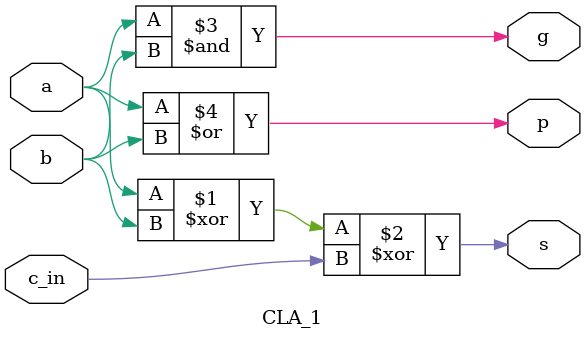
<source format=v>
module CLA_1(
	input a, b ,c_in,
	output s,
	output g, p
);
	assign s = a ^ b ^ c_in;
	assign g = a & b; 
	assign p = a | b;

endmodule
</source>
